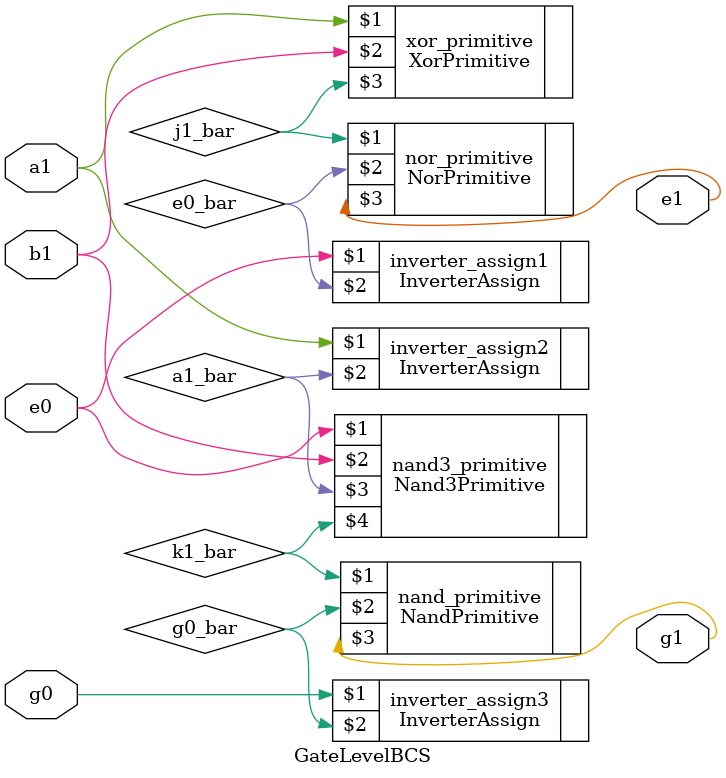
<source format=v>
`timescale 1ns/1ns

module TransistorLevelBCS(input a1, b1, e0, g0, output e1, g1);
	wire j1_bar, k1_bar, a1_bar, e0_bar, g0_bar;
	MyXor my_xor(a1, b1, j1_bar);
	MyInverter my_inverter1(e0, e0_bar);
	MyNor my_nor (j1_bar, e0_bar, e1);
	MyInverter my_inverter2(a1, a1_bar);
	My3Nand my_3_nand(e0, b1, a1_bar, k1_bar);
	MyInverter my_inverter3(g0, g0_bar);
	MyNand my_nand(k1_bar, g0_bar, g1);
endmodule

module GateLevelBCS(input a1, b1, e0, g0, output e1, g1);
	wire j1_bar, k1_bar, a1_bar, e0_bar, g0_bar;
	XorPrimitive xor_primitive(a1, b1, j1_bar);
	InverterAssign inverter_assign1(e0, e0_bar);
	NorPrimitive nor_primitive (j1_bar, e0_bar, e1);
	InverterAssign inverter_assign2(a1, a1_bar);
	Nand3Primitive nand3_primitive(e0, b1, a1_bar, k1_bar);
	InverterAssign inverter_assign3(g0, g0_bar);
	NandPrimitive nand_primitive(k1_bar, g0_bar, g1);
endmodule
</source>
